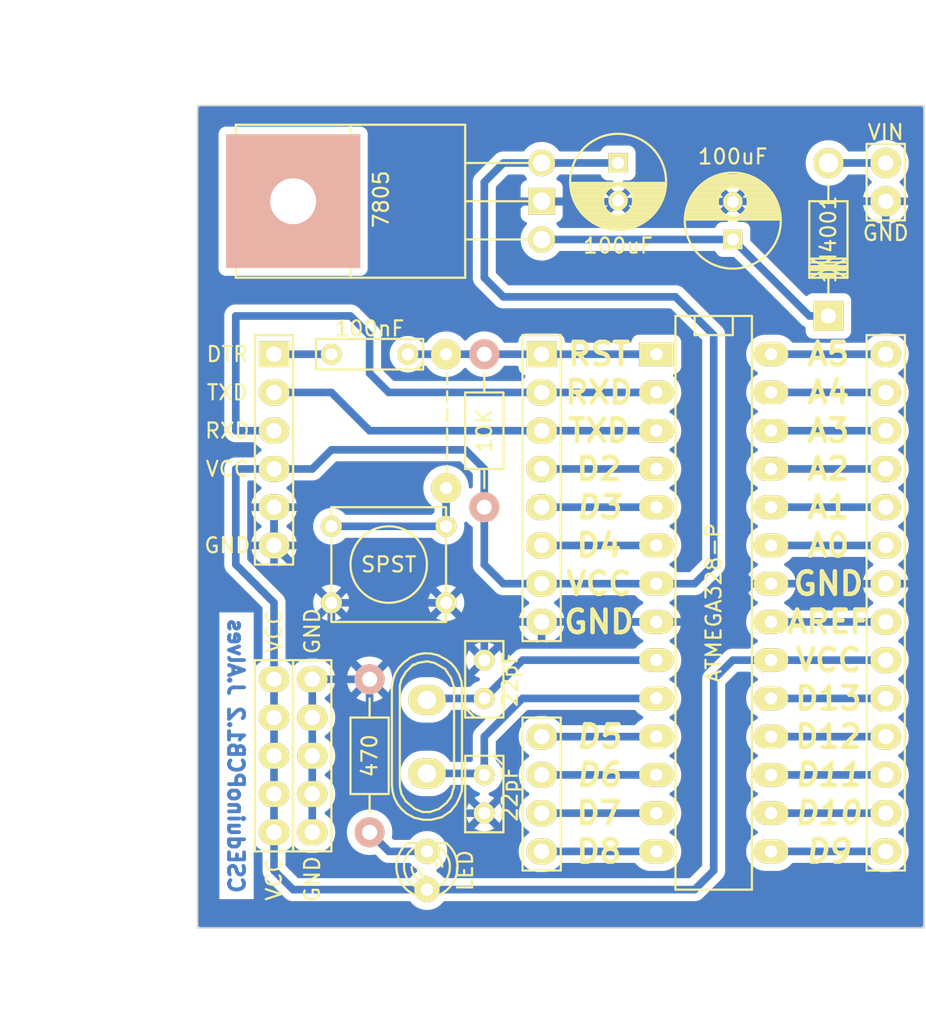
<source format=kicad_pcb>
(kicad_pcb (version 20221018) (generator pcbnew)
  (title_block (title "CSEduino - PCB edition") (date "17-4-2015") (rev "1.2") (company "Joao Alves"))
  (layers (0 "F.Cu" signal) (31 "B.Cu" signal) (36 "B.SilkS" user "B.Silkscreen") (37 "F.SilkS" user "F.Silkscreen") (38 "B.Mask" user) (44 "Edge.Cuts" user))
  (net 0 "")
  (net 1 "GND")
  (net 2 "Net-(C1-Pad1)")
  (net 3 "+5V")
  (net 4 "Net-(C3-Pad1)")
  (net 5 "Net-(C4-Pad1)")
  (net 6 "Net-(C5-Pad1)")
  (net 7 "Net-(C5-Pad2)")
  (net 8 "Net-(D1-Pad1)")
  (net 9 "Net-(IC1-Pad2)")
  (net 10 "Net-(IC1-Pad3)")
  (net 11 "Net-(IC1-Pad4)")
  (net 12 "Net-(IC1-Pad5)")
  (net 13 "Net-(IC1-Pad6)")
  (net 14 "Net-(IC1-Pad11)")
  (net 15 "Net-(IC1-Pad12)")
  (net 16 "Net-(IC1-Pad13)")
  (net 17 "Net-(IC1-Pad14)")
  (net 18 "Net-(IC1-Pad15)")
  (net 19 "Net-(IC1-Pad16)")
  (net 20 "Net-(IC1-Pad17)")
  (net 21 "Net-(IC1-Pad18)")
  (net 22 "Net-(IC1-Pad19)")
  (net 23 "Net-(IC1-Pad21)")
  (net 24 "Net-(IC1-Pad23)")
  (net 25 "Net-(IC1-Pad24)")
  (net 26 "Net-(IC1-Pad25)")
  (net 27 "Net-(IC1-Pad26)")
  (net 28 "Net-(IC1-Pad27)")
  (net 29 "Net-(IC1-Pad28)")
  (net 30 "Net-(D2-Pad2)")
  (footprint "Capacitors_ThroughHole:C_Radial_D6.3_L11.2_P2.5" (layer "F.Cu") (at 68.58 33.02 90)
    (fp_text reference "C1" hide)
    (fp_text value "100uF" (at 5.5 0 180) (layer "F.SilkS"))
    (pad "1" thru_hole rect (at 0 0 90) (size 1.3 1.3) (drill 0.8) (layers "*.Cu" "*.Mask" "F.SilkS") (net 2 "Net-(C1-Pad1)"))
    (pad "2" thru_hole circle (at 2.5 0 90) (size 1.3 1.3) (drill 0.8) (layers "*.Cu" "*.Mask" "F.SilkS") (net 1 "GND"))
  )
  (footprint "Discret:C1" (layer "F.Cu") (at 52.07 69.85 -90)
    (fp_text reference "C3" hide)
    (fp_text value "22pF" (at 0 -1.7 270) (layer "F.SilkS"))
    (pad "1" thru_hole circle (at -1.27 0 270) (size 1.397 1.397) (drill 0.8128) (layers "*.Cu" "*.Mask" "F.SilkS") (net 4 "Net-(C3-Pad1)"))
    (pad "2" thru_hole circle (at 1.27 0 270) (size 1.397 1.397) (drill 0.8128) (layers "*.Cu" "*.Mask" "F.SilkS") (net 1 "GND"))
  )
  (footprint "Discret:C1" (layer "F.Cu") (at 52.07 62.23 90)
    (fp_text reference "C4" hide)
    (fp_text value "22pF" (at 0 1.7 90) (layer "F.SilkS"))
    (pad "1" thru_hole circle (at -1.27 0 90) (size 1.397 1.397) (drill 0.8128) (layers "*.Cu" "*.Mask" "F.SilkS") (net 5 "Net-(C4-Pad1)"))
    (pad "2" thru_hole circle (at 1.27 0 90) (size 1.397 1.397) (drill 0.8128) (layers "*.Cu" "*.Mask" "F.SilkS") (net 1 "GND"))
  )
  (footprint "Discret:C2" (layer "F.Cu") (at 44.45 40.64 180)
    (fp_text reference "C5" hide)
    (fp_text value "100nF" (at 0 1.7 180) (layer "F.SilkS"))
    (pad "1" thru_hole circle (at -2.54 0 180) (size 1.397 1.397) (drill 0.8128) (layers "*.Cu" "*.Mask" "F.SilkS") (net 6 "Net-(C5-Pad1)"))
    (pad "2" thru_hole circle (at 2.54 0 180) (size 1.397 1.397) (drill 0.8128) (layers "*.Cu" "*.Mask" "F.SilkS") (net 7 "Net-(C5-Pad2)"))
  )
  (footprint "LEDs:LED-3MM" (layer "F.Cu") (at 48.26 74.93 90)
    (fp_text reference "D2" hide)
    (fp_text value "LED" (at 0 2.54 90) (layer "F.SilkS"))
    (pad "1" thru_hole circle (at -1.27 0 90) (size 1.6764 1.6764) (drill 0.8128) (layers "*.Cu" "*.Mask" "F.SilkS") (net 3 "+5V"))
    (pad "2" thru_hole circle (at 1.27 0 90) (size 1.6764 1.6764) (drill 0.8128) (layers "*.Cu" "*.Mask" "F.SilkS") (net 30 "Net-(D2-Pad2)"))
  )
  (footprint "Sockets_DIP:DIP-28__300_ELL" (layer "F.Cu") (at 67.31 57.15 -90)
    (fp_text reference "IC1" hide)
    (fp_text value "ATMEGA328-P" (at 0 0 270) (layer "F.SilkS"))
    (pad "1" thru_hole rect (at -16.51 3.81 270) (size 1.5748 2.286) (drill 0.8128) (layers "*.Cu" "*.Mask" "F.SilkS") (net 6 "Net-(C5-Pad1)"))
    (pad "2" thru_hole oval (at -13.97 3.81 270) (size 1.5748 2.286) (drill 0.8128) (layers "*.Cu" "*.Mask" "F.SilkS") (net 9 "Net-(IC1-Pad2)"))
    (pad "3" thru_hole oval (at -11.43 3.81 270) (size 1.5748 2.286) (drill 0.8128) (layers "*.Cu" "*.Mask" "F.SilkS") (net 10 "Net-(IC1-Pad3)"))
    (pad "4" thru_hole oval (at -8.89 3.81 270) (size 1.5748 2.286) (drill 0.8128) (layers "*.Cu" "*.Mask" "F.SilkS") (net 11 "Net-(IC1-Pad4)"))
    (pad "5" thru_hole oval (at -6.35 3.81 270) (size 1.5748 2.286) (drill 0.8128) (layers "*.Cu" "*.Mask" "F.SilkS") (net 12 "Net-(IC1-Pad5)"))
    (pad "6" thru_hole oval (at -3.81 3.81 270) (size 1.5748 2.286) (drill 0.8128) (layers "*.Cu" "*.Mask" "F.SilkS") (net 13 "Net-(IC1-Pad6)"))
    (pad "7" thru_hole oval (at -1.27 3.81 270) (size 1.5748 2.286) (drill 0.8128) (layers "*.Cu" "*.Mask" "F.SilkS") (net 3 "+5V"))
    (pad "8" thru_hole oval (at 1.27 3.81 270) (size 1.5748 2.286) (drill 0.8128) (layers "*.Cu" "*.Mask" "F.SilkS") (net 1 "GND"))
    (pad "9" thru_hole oval (at 3.81 3.81 270) (size 1.5748 2.286) (drill 0.8128) (layers "*.Cu" "*.Mask" "F.SilkS") (net 5 "Net-(C4-Pad1)"))
    (pad "10" thru_hole oval (at 6.35 3.81 270) (size 1.5748 2.286) (drill 0.8128) (layers "*.Cu" "*.Mask" "F.SilkS") (net 4 "Net-(C3-Pad1)"))
    (pad "11" thru_hole oval (at 8.89 3.81 270) (size 1.5748 2.286) (drill 0.8128) (layers "*.Cu" "*.Mask" "F.SilkS") (net 14 "Net-(IC1-Pad11)"))
    (pad "12" thru_hole oval (at 11.43 3.81 270) (size 1.5748 2.286) (drill 0.8128) (layers "*.Cu" "*.Mask" "F.SilkS") (net 15 "Net-(IC1-Pad12)"))
    (pad "13" thru_hole oval (at 13.97 3.81 270) (size 1.5748 2.286) (drill 0.8128) (layers "*.Cu" "*.Mask" "F.SilkS") (net 16 "Net-(IC1-Pad13)"))
    (pad "14" thru_hole oval (at 16.51 3.81 270) (size 1.5748 2.286) (drill 0.8128) (layers "*.Cu" "*.Mask" "F.SilkS") (net 17 "Net-(IC1-Pad14)"))
    (pad "15" thru_hole oval (at 16.51 -3.81 270) (size 1.5748 2.286) (drill 0.8128) (layers "*.Cu" "*.Mask" "F.SilkS") (net 18 "Net-(IC1-Pad15)"))
    (pad "16" thru_hole oval (at 13.97 -3.81 270) (size 1.5748 2.286) (drill 0.8128) (layers "*.Cu" "*.Mask" "F.SilkS") (net 19 "Net-(IC1-Pad16)"))
    (pad "17" thru_hole oval (at 11.43 -3.81 270) (size 1.5748 2.286) (drill 0.8128) (layers "*.Cu" "*.Mask" "F.SilkS") (net 20 "Net-(IC1-Pad17)"))
    (pad "18" thru_hole oval (at 8.89 -3.81 270) (size 1.5748 2.286) (drill 0.8128) (layers "*.Cu" "*.Mask" "F.SilkS") (net 21 "Net-(IC1-Pad18)"))
    (pad "19" thru_hole oval (at 6.35 -3.81 270) (size 1.5748 2.286) (drill 0.8128) (layers "*.Cu" "*.Mask" "F.SilkS") (net 22 "Net-(IC1-Pad19)"))
    (pad "20" thru_hole oval (at 3.81 -3.81 270) (size 1.5748 2.286) (drill 0.8128) (layers "*.Cu" "*.Mask" "F.SilkS") (net 3 "+5V"))
    (pad "21" thru_hole oval (at 1.27 -3.81 270) (size 1.5748 2.286) (drill 0.8128) (layers "*.Cu" "*.Mask" "F.SilkS") (net 23 "Net-(IC1-Pad21)"))
    (pad "22" thru_hole oval (at -1.27 -3.81 270) (size 1.5748 2.286) (drill 0.8128) (layers "*.Cu" "*.Mask" "F.SilkS") (net 1 "GND"))
    (pad "23" thru_hole oval (at -3.81 -3.81 270) (size 1.5748 2.286) (drill 0.8128) (layers "*.Cu" "*.Mask" "F.SilkS") (net 24 "Net-(IC1-Pad23)"))
    (pad "24" thru_hole oval (at -6.35 -3.81 270) (size 1.5748 2.286) (drill 0.8128) (layers "*.Cu" "*.Mask" "F.SilkS") (net 25 "Net-(IC1-Pad24)"))
    (pad "25" thru_hole oval (at -8.89 -3.81 270) (size 1.5748 2.286) (drill 0.8128) (layers "*.Cu" "*.Mask" "F.SilkS") (net 26 "Net-(IC1-Pad25)"))
    (pad "26" thru_hole oval (at -11.43 -3.81 270) (size 1.5748 2.286) (drill 0.8128) (layers "*.Cu" "*.Mask" "F.SilkS") (net 27 "Net-(IC1-Pad26)"))
    (pad "27" thru_hole oval (at -13.97 -3.81 270) (size 1.5748 2.286) (drill 0.8128) (layers "*.Cu" "*.Mask" "F.SilkS") (net 28 "Net-(IC1-Pad27)"))
    (pad "28" thru_hole oval (at -16.51 -3.81 270) (size 1.5748 2.286) (drill 0.8128) (layers "*.Cu" "*.Mask" "F.SilkS") (net 29 "Net-(IC1-Pad28)"))
  )
  (footprint "Pin_Headers:Pin_Header_Straight_1x02" (layer "F.Cu") (at 78.74 27.94)
    (fp_text reference "P1" hide)
    (fp_text value "CONN_01X02" hide)
    (pad "1" thru_hole oval (at 0 0) (size 2.032 2.032) (drill 1.016) (layers "*.Cu" "*.Mask" "F.SilkS") (net 8 "Net-(D1-Pad1)"))
    (pad "2" thru_hole oval (at 0 2.54) (size 2.032 2.032) (drill 1.016) (layers "*.Cu" "*.Mask" "F.SilkS") (net 1 "GND"))
  )
  (footprint "Pin_Headers:Pin_Header_Straight_1x14" (layer "F.Cu") (at 78.74 73.66 180)
    (fp_text reference "P2" hide)
    (fp_text value "CONN_01X14" hide)
    (pad "1" thru_hole oval (at 0 0 180) (size 2.032 1.7272) (drill 1.016) (layers "*.Cu" "*.Mask" "F.SilkS") (net 18 "Net-(IC1-Pad15)"))
    (pad "2" thru_hole oval (at 0 2.54 180) (size 2.032 1.7272) (drill 1.016) (layers "*.Cu" "*.Mask" "F.SilkS") (net 19 "Net-(IC1-Pad16)"))
    (pad "3" thru_hole oval (at 0 5.08 180) (size 2.032 1.7272) (drill 1.016) (layers "*.Cu" "*.Mask" "F.SilkS") (net 20 "Net-(IC1-Pad17)"))
    (pad "4" thru_hole oval (at 0 7.62 180) (size 2.032 1.7272) (drill 1.016) (layers "*.Cu" "*.Mask" "F.SilkS") (net 21 "Net-(IC1-Pad18)"))
    (pad "5" thru_hole oval (at 0 10.16 180) (size 2.032 1.7272) (drill 1.016) (layers "*.Cu" "*.Mask" "F.SilkS") (net 22 "Net-(IC1-Pad19)"))
    (pad "6" thru_hole oval (at 0 12.7 180) (size 2.032 1.7272) (drill 1.016) (layers "*.Cu" "*.Mask" "F.SilkS") (net 3 "+5V"))
    (pad "7" thru_hole oval (at 0 15.24 180) (size 2.032 1.7272) (drill 1.016) (layers "*.Cu" "*.Mask" "F.SilkS") (net 23 "Net-(IC1-Pad21)"))
    (pad "8" thru_hole oval (at 0 17.78 180) (size 2.032 1.7272) (drill 1.016) (layers "*.Cu" "*.Mask" "F.SilkS") (net 1 "GND"))
    (pad "9" thru_hole oval (at 0 20.32 180) (size 2.032 1.7272) (drill 1.016) (layers "*.Cu" "*.Mask" "F.SilkS") (net 24 "Net-(IC1-Pad23)"))
    (pad "10" thru_hole oval (at 0 22.86 180) (size 2.032 1.7272) (drill 1.016) (layers "*.Cu" "*.Mask" "F.SilkS") (net 25 "Net-(IC1-Pad24)"))
    (pad "11" thru_hole oval (at 0 25.4 180) (size 2.032 1.7272) (drill 1.016) (layers "*.Cu" "*.Mask" "F.SilkS") (net 26 "Net-(IC1-Pad25)"))
    (pad "12" thru_hole oval (at 0 27.94 180) (size 2.032 1.7272) (drill 1.016) (layers "*.Cu" "*.Mask" "F.SilkS") (net 27 "Net-(IC1-Pad26)"))
    (pad "13" thru_hole oval (at 0 30.48 180) (size 2.032 1.7272) (drill 1.016) (layers "*.Cu" "*.Mask" "F.SilkS") (net 28 "Net-(IC1-Pad27)"))
    (pad "14" thru_hole oval (at 0 33.02 180) (size 2.032 1.7272) (drill 1.016) (layers "*.Cu" "*.Mask" "F.SilkS") (net 29 "Net-(IC1-Pad28)"))
  )
  (footprint "Pin_Headers:Pin_Header_Straight_1x04" (layer "F.Cu") (at 55.88 66.04)
    (fp_text reference "P3" hide)
    (fp_text value "CONN_01X04" hide)
    (pad "1" thru_hole oval (at 0 0) (size 2.032 1.7272) (drill 1.016) (layers "*.Cu" "*.Mask" "F.SilkS") (net 14 "Net-(IC1-Pad11)"))
    (pad "2" thru_hole oval (at 0 2.54) (size 2.032 1.7272) (drill 1.016) (layers "*.Cu" "*.Mask" "F.SilkS") (net 15 "Net-(IC1-Pad12)"))
    (pad "3" thru_hole oval (at 0 5.08) (size 2.032 1.7272) (drill 1.016) (layers "*.Cu" "*.Mask" "F.SilkS") (net 16 "Net-(IC1-Pad13)"))
    (pad "4" thru_hole oval (at 0 7.62) (size 2.032 1.7272) (drill 1.016) (layers "*.Cu" "*.Mask" "F.SilkS") (net 17 "Net-(IC1-Pad14)"))
  )
  (footprint "Pin_Headers:Pin_Header_Straight_1x08" (layer "F.Cu") (at 55.88 40.64)
    (fp_text reference "P4" hide)
    (fp_text value "CONN_01X08" hide)
    (pad "1" thru_hole rect (at 0 0) (size 2.032 1.7272) (drill 1.016) (layers "*.Cu" "*.Mask" "F.SilkS") (net 6 "Net-(C5-Pad1)"))
    (pad "2" thru_hole oval (at 0 2.54) (size 2.032 1.7272) (drill 1.016) (layers "*.Cu" "*.Mask" "F.SilkS") (net 9 "Net-(IC1-Pad2)"))
    (pad "3" thru_hole oval (at 0 5.08) (size 2.032 1.7272) (drill 1.016) (layers "*.Cu" "*.Mask" "F.SilkS") (net 10 "Net-(IC1-Pad3)"))
    (pad "4" thru_hole oval (at 0 7.62) (size 2.032 1.7272) (drill 1.016) (layers "*.Cu" "*.Mask" "F.SilkS") (net 11 "Net-(IC1-Pad4)"))
    (pad "5" thru_hole oval (at 0 10.16) (size 2.032 1.7272) (drill 1.016) (layers "*.Cu" "*.Mask" "F.SilkS") (net 12 "Net-(IC1-Pad5)"))
    (pad "6" thru_hole oval (at 0 12.7) (size 2.032 1.7272) (drill 1.016) (layers "*.Cu" "*.Mask" "F.SilkS") (net 13 "Net-(IC1-Pad6)"))
    (pad "7" thru_hole oval (at 0 15.24) (size 2.032 1.7272) (drill 1.016) (layers "*.Cu" "*.Mask" "F.SilkS") (net 3 "+5V"))
    (pad "8" thru_hole oval (at 0 17.78) (size 2.032 1.7272) (drill 1.016) (layers "*.Cu" "*.Mask" "F.SilkS") (net 1 "GND"))
  )
  (footprint "Pin_Headers:Pin_Header_Straight_1x06" (layer "F.Cu") (at 38.1 40.64)
    (fp_text reference "P5" hide)
    (fp_text value "CONN_01X06" hide)
    (pad "1" thru_hole rect (at 0 0) (size 2.032 1.7272) (drill 1.016) (layers "*.Cu" "*.Mask" "F.SilkS") (net 7 "Net-(C5-Pad2)"))
    (pad "2" thru_hole oval (at 0 2.54) (size 2.032 1.7272) (drill 1.016) (layers "*.Cu" "*.Mask" "F.SilkS") (net 10 "Net-(IC1-Pad3)"))
    (pad "3" thru_hole oval (at 0 5.08) (size 2.032 1.7272) (drill 1.016) (layers "*.Cu" "*.Mask" "F.SilkS") (net 9 "Net-(IC1-Pad2)"))
    (pad "4" thru_hole oval (at 0 7.62) (size 2.032 1.7272) (drill 1.016) (layers "*.Cu" "*.Mask" "F.SilkS") (net 3 "+5V"))
    (pad "5" thru_hole oval (at 0 10.16) (size 2.032 1.7272) (drill 1.016) (layers "*.Cu" "*.Mask" "F.SilkS") (net 1 "GND"))
    (pad "6" thru_hole oval (at 0 12.7) (size 2.032 1.7272) (drill 1.016) (layers "*.Cu" "*.Mask" "F.SilkS") (net 1 "GND"))
  )
  (footprint "Resistors_ThroughHole:Resistor_Horizontal_RM10mm" (layer "F.Cu") (at 44.45 67.31 90)
    (fp_text reference "R1" hide)
    (fp_text value "470" (at 0 0 90) (layer "F.SilkS"))
    (pad "1" thru_hole circle (at -5.08 0 90) (size 1.99898 1.99898) (drill 1.00076) (layers "*.Cu" "*.SilkS" "*.Mask") (net 30 "Net-(D2-Pad2)"))
    (pad "2" thru_hole circle (at 5.08 0 90) (size 1.99898 1.99898) (drill 1.00076) (layers "*.Cu" "*.SilkS" "*.Mask") (net 1 "GND"))
  )
  (footprint "Resistors_ThroughHole:Resistor_Horizontal_RM10mm" (layer "F.Cu") (at 52.07 45.72 90)
    (fp_text reference "R2" hide)
    (fp_text value "10K" (at 0 0 90) (layer "F.SilkS"))
    (pad "1" thru_hole circle (at -5.08 0 90) (size 1.99898 1.99898) (drill 1.00076) (layers "*.Cu" "*.SilkS" "*.Mask") (net 3 "+5V"))
    (pad "2" thru_hole circle (at 5.08 0 90) (size 1.99898 1.99898) (drill 1.00076) (layers "*.Cu" "*.SilkS" "*.Mask") (net 6 "Net-(C5-Pad1)"))
  )
  (footprint "Discret:SW_PUSH_SMALL" (layer "F.Cu") (at 45.72 54.61)
    (fp_text reference "SW1" hide)
    (fp_text value "SPST" (at 0 0) (layer "F.SilkS"))
    (pad "1" thru_hole circle (at -3.81 -2.54) (size 1.397 1.397) (drill 0.8128) (layers "*.Cu" "*.Mask" "F.SilkS") (net 6 "Net-(C5-Pad1)"))
    (pad "1" thru_hole circle (at 3.81 -2.54) (size 1.397 1.397) (drill 0.8128) (layers "*.Cu" "*.Mask" "F.SilkS") (net 6 "Net-(C5-Pad1)"))
    (pad "2" thru_hole circle (at -3.81 2.54) (size 1.397 1.397) (drill 0.8128) (layers "*.Cu" "*.Mask" "F.SilkS") (net 1 "GND"))
    (pad "2" thru_hole circle (at 3.81 2.54) (size 1.397 1.397) (drill 0.8128) (layers "*.Cu" "*.Mask" "F.SilkS") (net 1 "GND"))
  )
  (footprint "Discret:LM78XX" (layer "F.Cu") (at 55.88 30.48 180)
    (fp_text reference "U1" hide)
    (fp_text value "7805" (at 10.668 0.127 270) (layer "F.SilkS"))
    (pad "4" thru_hole rect (at 16.51 0 180) (size 8.89 8.89) (drill 3.048) (layers "*.Cu" "*.SilkS" "*.Mask"))
    (pad "GND" thru_hole rect (at 0 0 180) (size 1.778 1.778) (drill 1.143) (layers "*.Cu" "*.Mask" "F.SilkS") (net 1 "GND"))
    (pad "VI" thru_hole circle (at 0 -2.54 180) (size 1.778 1.778) (drill 1.143) (layers "*.Cu" "*.Mask" "F.SilkS") (net 2 "Net-(C1-Pad1)"))
    (pad "VO" thru_hole circle (at 0 2.54 180) (size 1.778 1.778) (drill 1.143) (layers "*.Cu" "*.Mask" "F.SilkS") (net 3 "+5V"))
  )
  (footprint "Crystal_HC50-U_Vertical" (layer "F.Cu") (at 48.26 66.04 90)
    (fp_text reference "X1" hide)
    (fp_text value "CRYSTAL" hide)
    (pad "1" thru_hole oval (at -2.44094 0 90) (size 1.99898 2.49936) (drill 1.19888) (layers "*.Cu" "*.Mask" "F.SilkS") (net 4 "Net-(C3-Pad1)"))
    (pad "2" thru_hole oval (at 2.44094 0 90) (size 1.99898 2.49936) (drill 1.19888) (layers "*.Cu" "*.Mask" "F.SilkS") (net 5 "Net-(C4-Pad1)"))
  )
  (footprint "Capacitors_ThroughHole:C_Radial_D6.3_L11.2_P2.5" (layer "F.Cu") (at 60.96 27.94 -90)
    (fp_text reference "C2" hide)
    (fp_text value "100uF" (at 5.5 0) (layer "F.SilkS"))
    (pad "1" thru_hole rect (at 0 0 270) (size 1.3 1.3) (drill 0.8) (layers "*.Cu" "*.Mask" "F.SilkS") (net 3 "+5V"))
    (pad "2" thru_hole circle (at 2.5 0 270) (size 1.3 1.3) (drill 0.8) (layers "*.Cu" "*.Mask" "F.SilkS") (net 1 "GND"))
  )
  (footprint "Diodes_ThroughHole:Diode_DO-41_SOD81_Horizontal_RM10" (layer "F.Cu") (at 74.93 33.02 -90)
    (fp_text reference "D1" hide)
    (fp_text value "1N4001" (at 0 0 270) (layer "F.SilkS"))
    (pad "1" thru_hole circle (at -5.08 0 270) (size 1.99898 1.99898) (drill 1.27) (layers "*.Cu" "*.Mask" "F.SilkS") (net 8 "Net-(D1-Pad1)"))
    (pad "2" thru_hole rect (at 5.08 0 270) (size 1.99898 1.99898) (drill 1.00076) (layers "*.Cu" "*.Mask" "F.SilkS") (net 2 "Net-(C1-Pad1)"))
  )
  (footprint "Pin_Headers:Pin_Header_Straight_1x05" (layer "F.Cu") (at 38.1 62.23)
    (fp_text reference "REF**" hide)
    (fp_text value "VCC" (at 0 -3.2 90) (layer "F.SilkS"))
    (pad "1" thru_hole oval (at 0 0) (size 2.032 1.7272) (drill 1.016) (layers "*.Cu" "*.Mask" "F.SilkS"))
    (pad "2" thru_hole oval (at 0 2.54) (size 2.032 1.7272) (drill 1.016) (layers "*.Cu" "*.Mask" "F.SilkS"))
    (pad "3" thru_hole oval (at 0 5.08) (size 2.032 1.7272) (drill 1.016) (layers "*.Cu" "*.Mask" "F.SilkS"))
    (pad "4" thru_hole oval (at 0 7.62) (size 2.032 1.7272) (drill 1.016) (layers "*.Cu" "*.Mask" "F.SilkS"))
    (pad "5" thru_hole oval (at 0 10.16) (size 2.032 1.7272) (drill 1.016) (layers "*.Cu" "*.Mask" "F.SilkS"))
  )
  (footprint "Wire_Connections_Bridges:WireConnection_0-8mmDrill" (layer "F.Cu") (at 49.53 45.72 90)
    (fp_text reference "REF**" hide)
    (fp_text value " ------" (at 0 0 90) (layer "F.SilkS"))
    (pad "1" thru_hole circle (at -3.81 0 90) (size 1.99898 1.99898) (drill 0.8001) (layers "*.Cu" "*.Mask" "F.SilkS"))
    (pad "2" thru_hole circle (at 5.08 0 90) (size 1.99898 1.99898) (drill 0.8001) (layers "*.Cu" "*.Mask" "F.SilkS"))
  )
  (footprint "Pin_Headers:Pin_Header_Straight_1x05" (layer "F.Cu") (at 40.64 62.23)
    (fp_text reference "REF**" hide)
    (fp_text value "GND" (at 0 -3.2 90) (layer "F.SilkS"))
    (pad "1" thru_hole oval (at 0 0) (size 2.032 1.7272) (drill 1.016) (layers "*.Cu" "*.Mask" "F.SilkS"))
    (pad "2" thru_hole oval (at 0 2.54) (size 2.032 1.7272) (drill 1.016) (layers "*.Cu" "*.Mask" "F.SilkS"))
    (pad "3" thru_hole oval (at 0 5.08) (size 2.032 1.7272) (drill 1.016) (layers "*.Cu" "*.Mask" "F.SilkS"))
    (pad "4" thru_hole oval (at 0 7.62) (size 2.032 1.7272) (drill 1.016) (layers "*.Cu" "*.Mask" "F.SilkS"))
    (pad "5" thru_hole oval (at 0 10.16) (size 2.032 1.7272) (drill 1.016) (layers "*.Cu" "*.Mask" "F.SilkS"))
  )
  (gr_line (start 81.28 78.74) (end 33.02 78.74) (stroke (width 0.1)) (layer "Edge.Cuts"))
  (gr_line (start 33.02 24.13) (end 81.28 24.13) (stroke (width 0.1)) (layer "Edge.Cuts"))
  (gr_line (start 33.02 78.74) (end 33.02 24.13) (stroke (width 0.1)) (layer "Edge.Cuts"))
  (gr_line (start 81.28 24.13) (end 81.28 78.74) (stroke (width 0.1)) (layer "Edge.Cuts"))
  (gr_text "CSEduinoPCB1.2 J.Alves" (at 35.56 67.31 270) (layer "B.Cu") (effects (font (size 1 1) (thickness 0.25)) (justify mirror)))
  (gr_text "A1" (at 74.93 50.8) (layer "F.SilkS") (effects (font (size 1.5 1.5) (thickness 0.3))))
  (gr_text "A0" (at 74.93 53.34) (layer "F.SilkS") (effects (font (size 1.5 1.5) (thickness 0.3))))
  (gr_text "D7" (at 59.69 71.12) (layer "F.SilkS") (effects (font (size 1.5 1.5) (thickness 0.3))))
  (gr_text "VCC" (at 38.1 75.5 90) (layer "F.SilkS") (effects (font (size 1 1))))
  (gr_text "AREF" (at 74.93 58.42) (layer "F.SilkS") (effects (font (size 1.5 1.5) (thickness 0.3))))
  (gr_text "VIN" (at 78.74 25.9) (layer "F.SilkS") (effects (font (size 1 1))))
  (gr_text "TXD" (at 59.69 45.72) (layer "F.SilkS") (effects (font (size 1.5 1.5) (thickness 0.3))))
  (gr_text "RST" (at 59.69 40.64) (layer "F.SilkS") (effects (font (size 1.5 1.5) (thickness 0.3))))
  (gr_text "VCC" (at 74.93 60.96) (layer "F.SilkS") (effects (font (size 1.5 1.5) (thickness 0.3))))
  (gr_text "D11" (at 74.93 68.58) (layer "F.SilkS") (effects (font (size 1.5 1.5) (thickness 0.3) italic)))
  (gr_text "VCC" (at 59.69 55.88) (layer "F.SilkS") (effects (font (size 1.5 1.5) (thickness 0.3))))
  (gr_text "D4" (at 59.69 53.34) (layer "F.SilkS") (effects (font (size 1.5 1.5) (thickness 0.3))))
  (gr_text "D9" (at 74.93 73.66) (layer "F.SilkS") (effects (font (size 1.5 1.5) (thickness 0.3) italic)))
  (gr_text "GND" (at 74.93 55.88) (layer "F.SilkS") (effects (font (size 1.5 1.5) (thickness 0.3))))
  (gr_text "GND" (at 40.64 75.5 90) (layer "F.SilkS") (effects (font (size 1 1))))
  (gr_text "D13" (at 74.93 63.5) (layer "F.SilkS") (effects (font (size 1.5 1.5) (thickness 0.3))))
  (gr_text "D8" (at 59.69 73.66) (layer "F.SilkS") (effects (font (size 1.5 1.5) (thickness 0.3))))
  (gr_text "RXD" (at 59.69 43.18) (layer "F.SilkS") (effects (font (size 1.5 1.5) (thickness 0.3))))
  (gr_text "D5" (at 59.69 66.04) (layer "F.SilkS") (effects (font (size 1.5 1.5) (thickness 0.3) italic)))
  (gr_text "A3" (at 74.93 45.72) (layer "F.SilkS") (effects (font (size 1.5 1.5) (thickness 0.3))))
  (gr_text "TXD" (at 35 43.18) (layer "F.SilkS") (effects (font (size 1 1))))
  (gr_text "RXD" (at 35 45.72) (layer "F.SilkS") (effects (font (size 1 1))))
  (gr_text "A2" (at 74.93 48.26) (layer "F.SilkS") (effects (font (size 1.5 1.5) (thickness 0.3))))
  (gr_text "D10" (at 74.93 71.12) (layer "F.SilkS") (effects (font (size 1.5 1.5) (thickness 0.3) italic)))
  (gr_text "A5" (at 74.93 40.64) (layer "F.SilkS") (effects (font (size 1.5 1.5) (thickness 0.3))))
  (gr_text "GND" (at 78.74 32.6) (layer "F.SilkS") (effects (font (size 1 1))))
  (gr_text "D3" (at 59.69 50.8) (layer "F.SilkS") (effects (font (size 1.5 1.5) (thickness 0.3) italic)))
  (gr_text "D12" (at 74.93 66.04) (layer "F.SilkS") (effects (font (size 1.5 1.5) (thickness 0.3))))
  (gr_text "GND" (at 35 53.34) (layer "F.SilkS") (effects (font (size 1 1))))
  (gr_text "A4" (at 74.93 43.18) (layer "F.SilkS") (effects (font (size 1.5 1.5) (thickness 0.3))))
  (gr_text "GND" (at 59.69 58.42) (layer "F.SilkS") (effects (font (size 1.5 1.5) (thickness 0.3))))
  (gr_text "VCC" (at 35 48.26) (layer "F.SilkS") (effects (font (size 1 1))))
  (gr_text "D2" (at 59.69 48.26) (layer "F.SilkS") (effects (font (size 1.5 1.5) (thickness 0.3))))
  (gr_text "DTR" (at 35 40.64) (layer "F.SilkS") (effects (font (size 1 1))))
  (gr_text "D6" (at 59.69 68.58) (layer "F.SilkS") (effects (font (size 1.5 1.5) (thickness 0.3) italic)))
  (segment (start 49.53 57.15) (end 49.53 57.15) (width 0.508) (layer "B.Cu") (net 1))
  (segment (start 53.34 31.75) (end 53.34 34.29) (width 0.508) (layer "B.Cu") (net 1))
  (segment (start 53.34 34.29) (end 54.61 35.56) (width 0.508) (layer "B.Cu") (net 1))
  (segment (start 40.64 69.85) (end 40.64 67.31) (width 0.508) (layer "B.Cu") (net 1))
  (segment (start 40.64 67.31) (end 40.64 64.77) (width 0.508) (layer "B.Cu") (net 1))
  (segment (start 40.64 64.77) (end 40.64 62.23) (width 0.508) (layer "B.Cu") (net 1))
  (segment (start 40.64 62.23) (end 44.45 62.23) (width 0.508) (layer "B.Cu") (net 1))
  (segment (start 44.45 62.23) (end 41.91 59.69) (width 0.508) (layer "B.Cu") (net 1))
  (segment (start 41.91 59.69) (end 41.91 57.15) (width 0.508) (layer "B.Cu") (net 1))
  (segment (start 63.5 58.42) (end 55.88 58.42) (width 0.508) (layer "B.Cu") (net 1))
  (segment (start 55.88 58.42) (end 50.8 58.42) (width 0.508) (layer "B.Cu") (net 1))
  (segment (start 50.8 58.42) (end 52.07 59.69) (width 0.508) (layer "B.Cu") (net 1))
  (segment (start 52.07 59.69) (end 52.07 60.96) (width 0.508) (layer "B.Cu") (net 1))
  (segment (start 49.53 57.15) (end 41.91 57.15) (width 0.508) (layer "B.Cu") (net 1))
  (segment (start 38.1 53.34) (end 38.1 50.8) (width 0.508) (layer "B.Cu") (net 1))
  (segment (start 67.31 58.42) (end 69.85 55.88) (width 0.508) (layer "B.Cu") (net 1))
  (segment (start 54.61 30.48) (end 53.34 31.75) (width 0.508) (layer "B.Cu") (net 1))
  (segment (start 53.34 31.75) (end 53.34 34.29) (width 0.508) (layer "B.Cu") (net 1))
  (segment (start 53.34 34.29) (end 54.61 35.56) (width 0.508) (layer "B.Cu") (net 1))
  (segment (start 54.61 35.56) (end 66.04 35.56) (width 0.508) (layer "B.Cu") (net 1))
  (segment (start 66.04 35.56) (end 68.58 38.1) (width 0.508) (layer "B.Cu") (net 1))
  (segment (start 68.58 38.1) (end 68.58 54.61) (width 0.508) (layer "B.Cu") (net 1))
  (segment (start 68.58 54.61) (end 69.85 55.88) (width 0.508) (layer "B.Cu") (net 1))
  (segment (start 44.45 68.58) (end 46.99 71.12) (width 0.508) (layer "B.Cu") (net 1))
  (segment (start 46.99 71.12) (end 52.07 71.12) (width 0.508) (layer "B.Cu") (net 1))
  (segment (start 50.8 58.42) (end 49.53 57.15) (width 0.508) (layer "B.Cu") (net 1))
  (segment (start 63.5 58.42) (end 67.31 58.42) (width 0.508) (layer "B.Cu") (net 1))
  (segment (start 54.57 30.52) (end 78.74 30.48) (width 0.508) (layer "B.Cu") (net 1))
  (segment (start 69.85 55.88) (end 78.74 55.88) (width 0.508) (layer "B.Cu") (net 1))
  (segment (start 44.45 62.23) (end 44.45 68.58) (width 0.508) (layer "B.Cu") (net 1))
  (segment (start 41.91 57.15) (end 41.91 59.69) (width 0.508) (layer "B.Cu") (net 1))
  (segment (start 41.91 57.15) (end 38.1 53.34) (width 0.508) (layer "B.Cu") (net 1))
  (segment (start 40.64 72.39) (end 40.64 69.85) (width 0.508) (layer "B.Cu") (net 1))
  (segment (start 68.58 33.02) (end 73.66 38.1) (width 0.508) (layer "B.Cu") (net 2))
  (segment (start 73.66 38.1) (end 74.93 38.1) (width 0.508) (layer "B.Cu") (net 2))
  (segment (start 55.88 33.02) (end 68.58 33.02) (width 0.508) (layer "B.Cu") (net 2))
  (segment (start 38.1 57.15) (end 35.56 54.61) (width 0.508) (layer "B.Cu") (net 3))
  (segment (start 35.56 54.61) (end 35.56 48.26) (width 0.508) (layer "B.Cu") (net 3))
  (segment (start 35.56 48.26) (end 40.64 48.26) (width 0.508) (layer "B.Cu") (net 3))
  (segment (start 66.04 76.2) (end 67.31 74.93) (width 0.508) (layer "B.Cu") (net 3))
  (segment (start 67.31 74.93) (end 67.31 62.23) (width 0.508) (layer "B.Cu") (net 3))
  (segment (start 67.31 62.23) (end 68.58 60.96) (width 0.508) (layer "B.Cu") (net 3))
  (segment (start 68.58 60.96) (end 78.74 60.96) (width 0.508) (layer "B.Cu") (net 3))
  (segment (start 55.88 55.88) (end 66.04 55.88) (width 0.508) (layer "B.Cu") (net 3))
  (segment (start 67.31 54.61) (end 66.04 55.88) (width 0.508) (layer "B.Cu") (net 3))
  (segment (start 67.31 54.61) (end 67.31 39.37) (width 0.508) (layer "B.Cu") (net 3))
  (segment (start 67.31 39.37) (end 64.77 36.83) (width 0.508) (layer "B.Cu") (net 3))
  (segment (start 53.34 27.94) (end 52.07 29.21) (width 0.508) (layer "B.Cu") (net 3))
  (segment (start 53.34 27.94) (end 60.96 27.94) (width 0.508) (layer "B.Cu") (net 3))
  (segment (start 52.07 54.61) (end 53.34 55.88) (width 0.508) (layer "B.Cu") (net 3))
  (segment (start 53.34 55.88) (end 55.88 55.88) (width 0.508) (layer "B.Cu") (net 3))
  (segment (start 40.64 48.26) (end 41.91 46.99) (width 0.508) (layer "B.Cu") (net 3))
  (segment (start 41.91 46.99) (end 50.8 46.99) (width 0.508) (layer "B.Cu") (net 3))
  (segment (start 50.8 46.99) (end 52.07 48.26) (width 0.508) (layer "B.Cu") (net 3))
  (segment (start 52.07 48.26) (end 52.07 50.8) (width 0.508) (layer "B.Cu") (net 3))
  (segment (start 53.34 36.83) (end 52.07 35.56) (width 0.508) (layer "B.Cu") (net 3))
  (segment (start 38.1 74.93) (end 38.1 57.15) (width 0.508) (layer "B.Cu") (net 3))
  (segment (start 48.26 76.2) (end 39.37 76.2) (width 0.508) (layer "B.Cu") (net 3))
  (segment (start 39.37 76.2) (end 38.1 74.93) (width 0.508) (layer "B.Cu") (net 3))
  (segment (start 48.26 76.2) (end 66.04 76.2) (width 0.508) (layer "B.Cu") (net 3))
  (segment (start 52.07 50.8) (end 52.07 52.07) (width 0.508) (layer "B.Cu") (net 3))
  (segment (start 52.07 52.07) (end 52.07 54.61) (width 0.508) (layer "B.Cu") (net 3))
  (segment (start 52.07 29.21) (end 52.07 35.56) (width 0.508) (layer "B.Cu") (net 3))
  (segment (start 64.77 36.83) (end 53.34 36.83) (width 0.508) (layer "B.Cu") (net 3))
  (segment (start 40.64 48.26) (end 40.64 48.26) (width 0.508) (layer "B.Cu") (net 3))
  (segment (start 52.07 68.58) (end 52.07 66.04) (width 0.508) (layer "B.Cu") (net 4))
  (segment (start 52.07 66.04) (end 54.61 63.5) (width 0.508) (layer "B.Cu") (net 4))
  (segment (start 54.61 63.5) (end 63.5 63.5) (width 0.508) (layer "B.Cu") (net 4))
  (segment (start 48.26 68.48094) (end 51.97094 68.48094) (width 0.508) (layer "B.Cu") (net 4))
  (segment (start 51.97094 63.59906) (end 52.07 63.5) (width 0.508) (layer "B.Cu") (net 5))
  (segment (start 54.61 60.96) (end 52.07 63.5) (width 0.508) (layer "B.Cu") (net 5))
  (segment (start 52.07 63.5) (end 48.35906 63.5) (width 0.508) (layer "B.Cu") (net 5))
  (segment (start 48.35906 63.5) (end 48.26 63.59906) (width 0.508) (layer "B.Cu") (net 5))
  (segment (start 63.5 60.96) (end 54.61 60.96) (width 0.508) (layer "B.Cu") (net 5))
  (segment (start 52.07 63.5) (end 52.07 63.5) (width 0.508) (layer "B.Cu") (net 5))
  (segment (start 52.07 40.64) (end 55.88 40.64) (width 0.508) (layer "B.Cu") (net 6))
  (segment (start 55.88 40.64) (end 63.5 40.64) (width 0.508) (layer "B.Cu") (net 6))
  (segment (start 52.07 40.64) (end 46.99 40.64) (width 0.508) (layer "B.Cu") (net 6))
  (segment (start 49.53 52.07) (end 49.53 49.53) (width 0.508) (layer "B.Cu") (net 6))
  (segment (start 41.91 52.07) (end 49.53 52.07) (width 0.508) (layer "B.Cu") (net 6))
  (segment (start 38.1 40.64) (end 41.91 40.64) (width 0.508) (layer "B.Cu") (net 7))
  (segment (start 74.93 27.94) (end 78.74 27.94) (width 0.508) (layer "B.Cu") (net 8))
  (segment (start 35.56 45.72) (end 35.56 38.1) (width 0.508) (layer "B.Cu") (net 9))
  (segment (start 45.72 43.18) (end 55.88 43.18) (width 0.508) (layer "B.Cu") (net 9))
  (segment (start 55.88 43.18) (end 63.5 43.18) (width 0.508) (layer "B.Cu") (net 9))
  (segment (start 35.56 38.1) (end 43.18 38.1) (width 0.508) (layer "B.Cu") (net 9))
  (segment (start 44.45 41.91) (end 45.72 43.18) (width 0.508) (layer "B.Cu") (net 9))
  (segment (start 44.45 39.37) (end 44.45 41.91) (width 0.508) (layer "B.Cu") (net 9))
  (segment (start 38.1 45.72) (end 35.56 45.72) (width 0.508) (layer "B.Cu") (net 9))
  (segment (start 43.18 38.1) (end 44.45 39.37) (width 0.508) (layer "B.Cu") (net 9))
  (segment (start 41.91 43.18) (end 44.45 45.72) (width 0.508) (layer "B.Cu") (net 10))
  (segment (start 44.45 45.72) (end 55.88 45.72) (width 0.508) (layer "B.Cu") (net 10))
  (segment (start 38.1 43.18) (end 41.91 43.18) (width 0.508) (layer "B.Cu") (net 10))
  (segment (start 55.88 45.72) (end 63.5 45.72) (width 0.508) (layer "B.Cu") (net 10))
  (segment (start 55.88 48.26) (end 63.5 48.26) (width 0.508) (layer "B.Cu") (net 11))
  (segment (start 55.88 50.8) (end 63.5 50.8) (width 0.508) (layer "B.Cu") (net 12))
  (segment (start 55.88 53.34) (end 63.5 53.34) (width 0.508) (layer "B.Cu") (net 13))
  (segment (start 55.88 66.04) (end 63.5 66.04) (width 0.508) (layer "B.Cu") (net 14))
  (segment (start 55.88 68.58) (end 63.5 68.58) (width 0.508) (layer "B.Cu") (net 15))
  (segment (start 55.88 71.12) (end 63.5 71.12) (width 0.508) (layer "B.Cu") (net 16))
  (segment (start 55.88 73.66) (end 63.5 73.66) (width 0.508) (layer "B.Cu") (net 17))
  (segment (start 71.12 73.66) (end 78.74 73.66) (width 0.508) (layer "B.Cu") (net 18))
  (segment (start 71.12 71.12) (end 78.74 71.12) (width 0.508) (layer "B.Cu") (net 19))
  (segment (start 71.12 68.58) (end 78.74 68.58) (width 0.508) (layer "B.Cu") (net 20))
  (segment (start 71.12 66.04) (end 78.74 66.04) (width 0.508) (layer "B.Cu") (net 21))
  (segment (start 71.12 63.5) (end 78.74 63.5) (width 0.508) (layer "B.Cu") (net 22))
  (segment (start 71.12 58.42) (end 78.74 58.42) (width 0.508) (layer "B.Cu") (net 23))
  (segment (start 71.12 53.34) (end 78.74 53.34) (width 0.508) (layer "B.Cu") (net 24))
  (segment (start 71.12 50.8) (end 78.74 50.8) (width 0.508) (layer "B.Cu") (net 25))
  (segment (start 71.12 48.26) (end 78.74 48.26) (width 0.508) (layer "B.Cu") (net 26))
  (segment (start 71.12 45.72) (end 78.74 45.72) (width 0.508) (layer "B.Cu") (net 27))
  (segment (start 71.12 43.18) (end 78.74 43.18) (width 0.508) (layer "B.Cu") (net 28))
  (segment (start 71.12 40.64) (end 78.74 40.64) (width 0.508) (layer "B.Cu") (net 29))
  (segment (start 45.72 73.66) (end 44.45 72.39) (width 0.508) (layer "B.Cu") (net 30))
  (segment (start 48.26 73.66) (end 45.72 73.66) (width 0.508) (layer "B.Cu") (net 30))
  (zone (net 1) (net_name "GND") (layer "B.Cu") (connect_pads thru_hole_only (clearance 0.254)) (min_thickness 0.254) (fill yes (thermal_gap 0.508) (thermal_bridge_width 0.508))
    (polygon (pts (xy 81.28 78.74) (xy 33.02 78.74) (xy 33.02 44.45) (xy 33.02 24.13) (xy 40.64 24.13) (xy 81.28 24.13)))
  )
)
</source>
